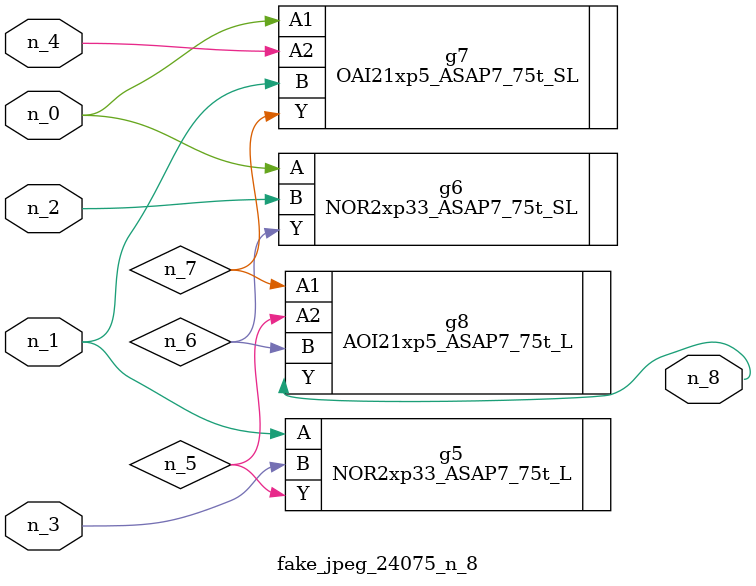
<source format=v>
module fake_jpeg_24075_n_8 (n_3, n_2, n_1, n_0, n_4, n_8);

input n_3;
input n_2;
input n_1;
input n_0;
input n_4;

output n_8;

wire n_6;
wire n_5;
wire n_7;

NOR2xp33_ASAP7_75t_L g5 ( 
.A(n_1),
.B(n_3),
.Y(n_5)
);

NOR2xp33_ASAP7_75t_SL g6 ( 
.A(n_0),
.B(n_2),
.Y(n_6)
);

OAI21xp5_ASAP7_75t_SL g7 ( 
.A1(n_0),
.A2(n_4),
.B(n_1),
.Y(n_7)
);

AOI21xp5_ASAP7_75t_L g8 ( 
.A1(n_7),
.A2(n_5),
.B(n_6),
.Y(n_8)
);


endmodule
</source>
